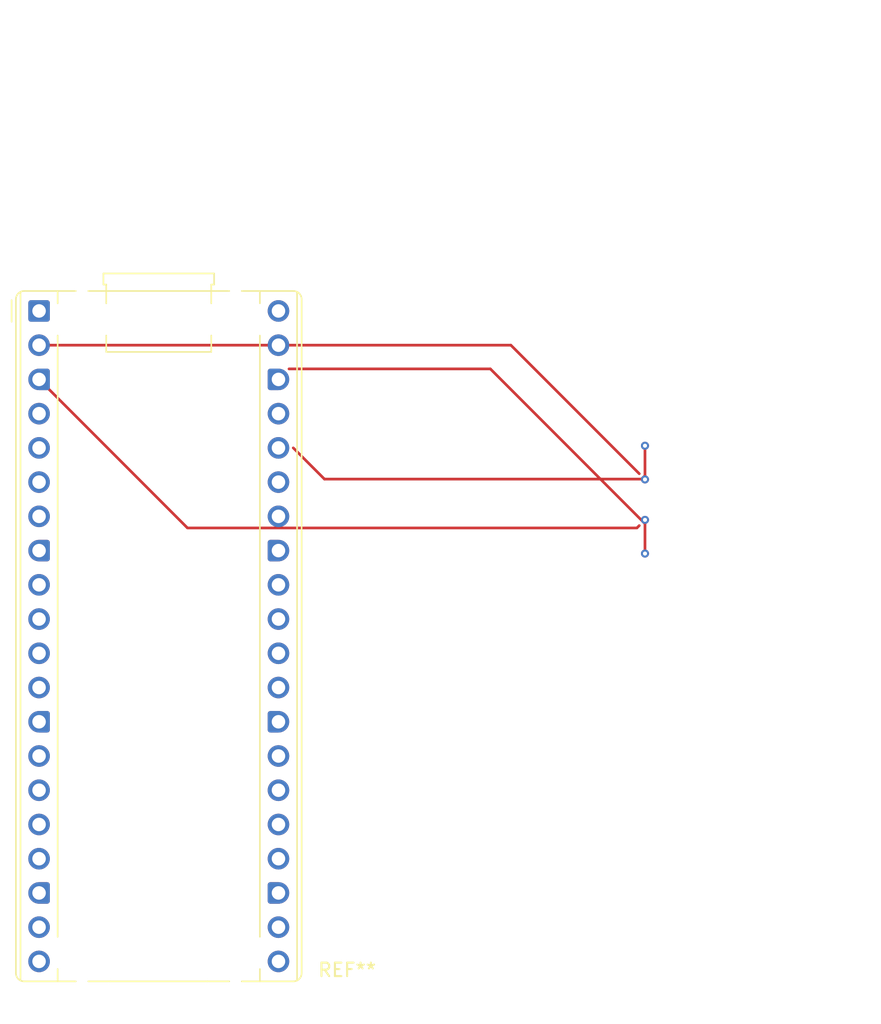
<source format=kicad_pcb>
(kicad_pcb (version 20240108) (generator "pcbnew") (generator_version "8.0")
  (layers (0 "F.Cu" signal) (31 "B.Cu" signal) (34 "B.Paste" user) (35 "F.Paste" user) (36 "B.SilkS" user "B.Silkscreen") (37 "F.SilkS" user "F.Silkscreen") (38 "B.Mask" user) (39 "F.Mask" user) (44 "Edge.Cuts" user))
  (net 0 "")
  (footprint "Module:RaspberryPi_Pico_Common_THT" (layer "F.Cu") (at 113 91)
    (property "Reference" "REF**" (at 20.6375 48.895 0) (layer "F.SilkS") (effects (justify left)))
    (property "Value" "RaspberryPi_Pico_Common_THT")
    (fp_line (start -2.04 0.8) (end -2.04 -0.8) (stroke (width 0.12)) (layer "F.SilkS"))
    (fp_line (start -1.72 -0.87) (end -1.72 49.13) (stroke (width 0.12)) (layer "F.SilkS"))
    (fp_line (start -1.38 -1.417) (end -1.38 49.677) (stroke (width 0.12)) (layer "F.SilkS"))
    (fp_line (start -1.11 -1.48) (end 1.38 -1.48) (stroke (width 0.12)) (layer "F.SilkS"))
    (fp_line (start -1.11 49.74) (end 2.727939 49.74) (stroke (width 0.12)) (layer "F.SilkS"))
    (fp_line (start 1.38 -1.48) (end 1.38 -0.56648) (stroke (width 0.12)) (layer "F.SilkS"))
    (fp_line (start 1.38 -1.48) (end 2.72794 -1.48) (stroke (width 0.12)) (layer "F.SilkS"))
    (fp_line (start 1.38 1.82648) (end 1.38 46.43352) (stroke (width 0.12)) (layer "F.SilkS"))
    (fp_line (start 1.38 48.82648) (end 1.38 49.74) (stroke (width 0.12)) (layer "F.SilkS"))
    (fp_line (start 3.652061 -1.48) (end 4.655 -1.48) (stroke (width 0.12)) (layer "F.SilkS"))
    (fp_line (start 4.655 -1.48) (end 13.125 -1.48) (stroke (width 0.12)) (layer "F.SilkS"))
    (fp_line (start 4.78 -2.78) (end 4.78 -1.96) (stroke (width 0.12)) (layer "F.SilkS"))
    (fp_line (start 4.78 -2.78) (end 13 -2.78) (stroke (width 0.12)) (layer "F.SilkS"))
    (fp_line (start 4.78 -1.96) (end 4.99 -1.96) (stroke (width 0.12)) (layer "F.SilkS"))
    (fp_line (start 4.99 -1.96) (end 4.99 -0.564) (stroke (width 0.12)) (layer "F.SilkS"))
    (fp_line (start 4.99 1.824) (end 4.99 3.04) (stroke (width 0.12)) (layer "F.SilkS"))
    (fp_line (start 5.29 49.74) (end 3.652061 49.74) (stroke (width 0.12)) (layer "F.SilkS"))
    (fp_line (start 12.49 49.74) (end 5.29 49.74) (stroke (width 0.12)) (layer "F.SilkS"))
    (fp_line (start 12.79 -1.96) (end 12.79 -0.564) (stroke (width 0.12)) (layer "F.SilkS"))
    (fp_line (start 12.79 1.824) (end 12.79 3.04) (stroke (width 0.12)) (layer "F.SilkS"))
    (fp_line (start 12.79 3.04) (end 4.99 3.04) (stroke (width 0.12)) (layer "F.SilkS"))
    (fp_line (start 13 -2.78) (end 13 -1.96) (stroke (width 0.12)) (layer "F.SilkS"))
    (fp_line (start 13 -1.96) (end 12.79 -1.96) (stroke (width 0.12)) (layer "F.SilkS"))
    (fp_line (start 13.125 -1.48) (end 14.127939 -1.48) (stroke (width 0.12)) (layer "F.SilkS"))
    (fp_line (start 14.127939 49.74) (end 12.49 49.74) (stroke (width 0.12)) (layer "F.SilkS"))
    (fp_line (start 15.052061 -1.48) (end 16.4 -1.48) (stroke (width 0.12)) (layer "F.SilkS"))
    (fp_line (start 15.052061 49.74) (end 18.89 49.74) (stroke (width 0.12)) (layer "F.SilkS"))
    (fp_line (start 16.4 -1.48) (end 16.4 -0.56648) (stroke (width 0.12)) (layer "F.SilkS"))
    (fp_line (start 16.4 1.82648) (end 16.4 46.43352) (stroke (width 0.12)) (layer "F.SilkS"))
    (fp_line (start 16.4 48.82648) (end 16.4 49.74) (stroke (width 0.12)) (layer "F.SilkS"))
    (fp_line (start 18.89 -1.48) (end 16.4 -1.48) (stroke (width 0.12)) (layer "F.SilkS"))
    (fp_line (start 19.16 49.677) (end 19.16 -1.417) (stroke (width 0.12)) (layer "F.SilkS"))
    (fp_line (start 19.5 -0.87) (end 19.5 49.13) (stroke (width 0.12)) (layer "F.SilkS"))
    (fp_arc (start -1.72 -0.87) (mid -1.541335 -1.301335) (end -1.11 -1.48) (stroke (width 0.12)) (layer "F.SilkS"))
    (fp_arc (start -1.11 49.74) (mid -1.541364 49.561364) (end -1.72 49.13) (stroke (width 0.12)) (layer "F.SilkS"))
    (fp_arc (start 18.89 -1.48) (mid 19.321335 -1.301335) (end 19.5 -0.87) (stroke (width 0.12)) (layer "F.SilkS"))
    (fp_arc (start 19.5 49.13) (mid 19.321335 49.561335) (end 18.89 49.74) (stroke (width 0.12)) (layer "F.SilkS"))
    (pad "1" thru_hole roundrect (at 0 0) (size 1.6 1.6) (drill 1) (layers "*.Cu" "*.Mask") (roundrect_rratio 0.125))
    (pad "2" thru_hole circle (at 0 2.54) (size 1.6 1.6) (drill 1) (layers "*.Cu" "*.Mask"))
    (pad "3" thru_hole custom (at 0 5.08) (size 1.6 1.6) (drill 1) (layers "*.Cu" "*.Mask") (options (clearance outline) (anchor circle)) (primitives (gr_poly (pts (xy 0.8 0.6) (xy 0.8 -0.6) (xy 0.6 -0.8) (xy 0 -0.8) (xy 0 0.8) (xy 0.6 0.8)) (width 0) (fill yes)) (gr_circle (center 0.6 0.6) (end 0.8 0.6) (width 0) (fill yes)) (gr_circle (center 0.6 -0.6) (end 0.8 -0.6) (width 0) (fill yes))))
    (pad "4" thru_hole circle (at 0 7.62) (size 1.6 1.6) (drill 1) (layers "*.Cu" "*.Mask"))
    (pad "5" thru_hole circle (at 0 10.16) (size 1.6 1.6) (drill 1) (layers "*.Cu" "*.Mask"))
    (pad "6" thru_hole circle (at 0 12.7) (size 1.6 1.6) (drill 1) (layers "*.Cu" "*.Mask"))
    (pad "7" thru_hole circle (at 0 15.24) (size 1.6 1.6) (drill 1) (layers "*.Cu" "*.Mask"))
    (pad "8" thru_hole custom (at 0 17.78) (size 1.6 1.6) (drill 1) (layers "*.Cu" "*.Mask") (options (clearance outline) (anchor circle)) (primitives (gr_poly (pts (xy 0.8 0.6) (xy 0.8 -0.6) (xy 0.6 -0.8) (xy 0 -0.8) (xy 0 0.8) (xy 0.6 0.8)) (width 0) (fill yes)) (gr_circle (center 0.6 0.6) (end 0.8 0.6) (width 0) (fill yes)) (gr_circle (center 0.6 -0.6) (end 0.8 -0.6) (width 0) (fill yes))))
    (pad "9" thru_hole circle (at 0 20.32) (size 1.6 1.6) (drill 1) (layers "*.Cu" "*.Mask"))
    (pad "10" thru_hole circle (at 0 22.86) (size 1.6 1.6) (drill 1) (layers "*.Cu" "*.Mask"))
    (pad "11" thru_hole circle (at 0 25.4) (size 1.6 1.6) (drill 1) (layers "*.Cu" "*.Mask"))
    (pad "12" thru_hole circle (at 0 27.94) (size 1.6 1.6) (drill 1) (layers "*.Cu" "*.Mask"))
    (pad "13" thru_hole custom (at 0 30.48) (size 1.6 1.6) (drill 1) (layers "*.Cu" "*.Mask") (options (clearance outline) (anchor circle)) (primitives (gr_poly (pts (xy 0.8 0.6) (xy 0.8 -0.6) (xy 0.6 -0.8) (xy 0 -0.8) (xy 0 0.8) (xy 0.6 0.8)) (width 0) (fill yes)) (gr_circle (center 0.6 0.6) (end 0.8 0.6) (width 0) (fill yes)) (gr_circle (center 0.6 -0.6) (end 0.8 -0.6) (width 0) (fill yes))))
    (pad "14" thru_hole circle (at 0 33.02) (size 1.6 1.6) (drill 1) (layers "*.Cu" "*.Mask"))
    (pad "15" thru_hole circle (at 0 35.56) (size 1.6 1.6) (drill 1) (layers "*.Cu" "*.Mask"))
    (pad "16" thru_hole circle (at 0 38.1) (size 1.6 1.6) (drill 1) (layers "*.Cu" "*.Mask"))
    (pad "17" thru_hole circle (at 0 40.64) (size 1.6 1.6) (drill 1) (layers "*.Cu" "*.Mask"))
    (pad "18" thru_hole custom (at 0 43.18) (size 1.6 1.6) (drill 1) (layers "*.Cu" "*.Mask") (options (clearance outline) (anchor circle)) (primitives (gr_poly (pts (xy 0.8 0.6) (xy 0.8 -0.6) (xy 0.6 -0.8) (xy 0 -0.8) (xy 0 0.8) (xy 0.6 0.8)) (width 0) (fill yes)) (gr_circle (center 0.6 0.6) (end 0.8 0.6) (width 0) (fill yes)) (gr_circle (center 0.6 -0.6) (end 0.8 -0.6) (width 0) (fill yes))))
    (pad "19" thru_hole circle (at 0 45.72) (size 1.6 1.6) (drill 1) (layers "*.Cu" "*.Mask"))
    (pad "20" thru_hole circle (at 0 48.26) (size 1.6 1.6) (drill 1) (layers "*.Cu" "*.Mask"))
    (pad "21" thru_hole circle (at 17.78 48.26) (size 1.6 1.6) (drill 1) (layers "*.Cu" "*.Mask"))
    (pad "22" thru_hole circle (at 17.78 45.72) (size 1.6 1.6) (drill 1) (layers "*.Cu" "*.Mask"))
    (pad "23" thru_hole custom (at 17.78 43.18) (size 1.6 1.6) (drill 1) (layers "*.Cu" "*.Mask") (options (clearance outline) (anchor circle)) (primitives (gr_poly (pts (xy -0.8 0.6) (xy -0.8 -0.6) (xy -0.6 -0.8) (xy 0 -0.8) (xy 0 0.8) (xy -0.6 0.8)) (width 0) (fill yes)) (gr_circle (center -0.6 0.6) (end -0.4 0.6) (width 0) (fill yes)) (gr_circle (center -0.6 -0.6) (end -0.4 -0.6) (width 0) (fill yes))))
    (pad "24" thru_hole circle (at 17.78 40.64) (size 1.6 1.6) (drill 1) (layers "*.Cu" "*.Mask"))
    (pad "25" thru_hole circle (at 17.78 38.1) (size 1.6 1.6) (drill 1) (layers "*.Cu" "*.Mask"))
    (pad "26" thru_hole circle (at 17.78 35.56) (size 1.6 1.6) (drill 1) (layers "*.Cu" "*.Mask"))
    (pad "27" thru_hole circle (at 17.78 33.02) (size 1.6 1.6) (drill 1) (layers "*.Cu" "*.Mask"))
    (pad "28" thru_hole custom (at 17.78 30.48) (size 1.6 1.6) (drill 1) (layers "*.Cu" "*.Mask") (options (clearance outline) (anchor circle)) (primitives (gr_poly (pts (xy -0.8 0.6) (xy -0.8 -0.6) (xy -0.6 -0.8) (xy 0 -0.8) (xy 0 0.8) (xy -0.6 0.8)) (width 0) (fill yes)) (gr_circle (center -0.6 0.6) (end -0.4 0.6) (width 0) (fill yes)) (gr_circle (center -0.6 -0.6) (end -0.4 -0.6) (width 0) (fill yes))))
    (pad "29" thru_hole circle (at 17.78 27.94) (size 1.6 1.6) (drill 1) (layers "*.Cu" "*.Mask"))
    (pad "30" thru_hole circle (at 17.78 25.4) (size 1.6 1.6) (drill 1) (layers "*.Cu" "*.Mask"))
    (pad "31" thru_hole circle (at 17.78 22.86) (size 1.6 1.6) (drill 1) (layers "*.Cu" "*.Mask"))
    (pad "32" thru_hole circle (at 17.78 20.32) (size 1.6 1.6) (drill 1) (layers "*.Cu" "*.Mask"))
    (pad "33" thru_hole custom (at 17.78 17.78) (size 1.6 1.6) (drill 1) (layers "*.Cu" "*.Mask") (options (clearance outline) (anchor circle)) (primitives (gr_poly (pts (xy -0.8 0.6) (xy -0.8 -0.6) (xy -0.6 -0.8) (xy 0 -0.8) (xy 0 0.8) (xy -0.6 0.8)) (width 0) (fill yes)) (gr_circle (center -0.6 0.6) (end -0.4 0.6) (width 0) (fill yes)) (gr_circle (center -0.6 -0.6) (end -0.4 -0.6) (width 0) (fill yes))))
    (pad "34" thru_hole circle (at 17.78 15.24) (size 1.6 1.6) (drill 1) (layers "*.Cu" "*.Mask"))
    (pad "35" thru_hole circle (at 17.78 12.7) (size 1.6 1.6) (drill 1) (layers "*.Cu" "*.Mask"))
    (pad "36" thru_hole circle (at 17.78 10.16) (size 1.6 1.6) (drill 1) (layers "*.Cu" "*.Mask"))
    (pad "37" thru_hole circle (at 17.78 7.62) (size 1.6 1.6) (drill 1) (layers "*.Cu" "*.Mask"))
    (pad "38" thru_hole custom (at 17.78 5.08) (size 1.6 1.6) (drill 1) (layers "*.Cu" "*.Mask") (options (clearance outline) (anchor circle)) (primitives (gr_poly (pts (xy -0.8 0.6) (xy -0.8 -0.6) (xy -0.6 -0.8) (xy 0 -0.8) (xy 0 0.8) (xy -0.6 0.8)) (width 0) (fill yes)) (gr_circle (center -0.6 0.6) (end -0.4 0.6) (width 0) (fill yes)) (gr_circle (center -0.6 -0.6) (end -0.4 -0.6) (width 0) (fill yes))))
    (pad "39" thru_hole circle (at 17.78 2.54) (size 1.6 1.6) (drill 1) (layers "*.Cu" "*.Mask"))
    (pad "40" thru_hole circle (at 17.78 0) (size 1.6 1.6) (drill 1) (layers "*.Cu" "*.Mask"))
  )
  (segment (start 134.195736 103.475736) (end 131.88 101.16) (width 0.2) (layer "F.Cu") (net 0))
  (segment (start 148.04 93.54) (end 157.575736 103.075736) (width 0.2) (layer "F.Cu") (net 0))
  (segment (start 113 96.08) (end 124.02 107.1) (width 0.2) (layer "F.Cu") (net 0))
  (segment (start 158 101) (end 158 103.217158) (width 0.2) (layer "F.Cu") (net 0))
  (segment (start 124.02 107.1) (end 157.4 107.1) (width 0.2) (layer "F.Cu") (net 0))
  (segment (start 158 109) (end 158 106.782842) (width 0.2) (layer "F.Cu") (net 0))
  (segment (start 146.515804 95.298646) (end 131.561354 95.298646) (width 0.2) (layer "F.Cu") (net 0))
  (segment (start 113 93.54) (end 148.04 93.54) (width 0.2) (layer "F.Cu") (net 0))
  (segment (start 158 106.782842) (end 146.515804 95.298646) (width 0.2) (layer "F.Cu") (net 0))
  (segment (start 157.741422 103.475736) (end 134.195736 103.475736) (width 0.2) (layer "F.Cu") (net 0))
  (segment (start 158 103.217158) (end 157.741422 103.475736) (width 0.2) (layer "F.Cu") (net 0))
  (segment (start 157.4 107.1) (end 157.575736 106.924264) (width 0.2) (layer "F.Cu") (net 0))
  (via (at 158 109) (size 0.6) (drill 0.3) (layers "F.Cu" "B.Cu") (net 0))
  (via (at 158 101) (size 0.6) (drill 0.3) (layers "F.Cu" "B.Cu") (net 0))
  (via (at 158 103.5) (size 0.6) (drill 0.3) (layers "F.Cu" "B.Cu") (net 0))
  (via (at 158 106.5) (size 0.6) (drill 0.3) (layers "F.Cu" "B.Cu") (net 0))
)
</source>
